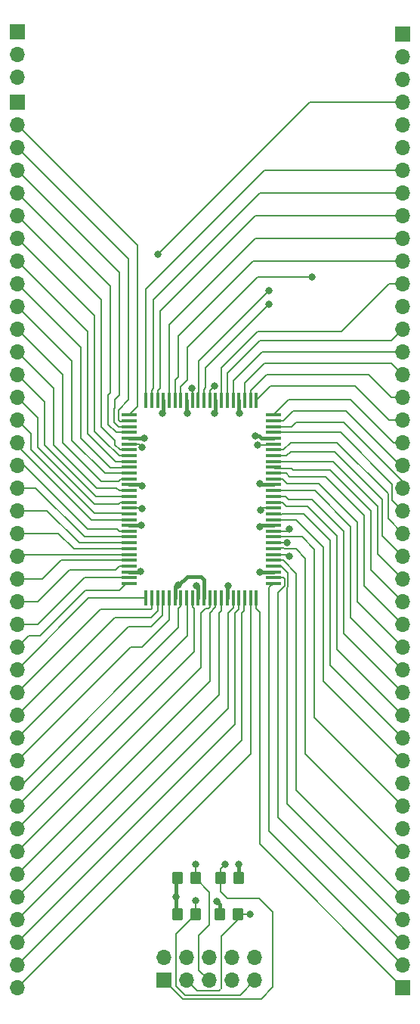
<source format=gbr>
%TF.GenerationSoftware,KiCad,Pcbnew,(6.0.0-0)*%
%TF.CreationDate,2023-01-15T17:49:43+00:00*%
%TF.ProjectId,altera-7128-adaptor,616c7465-7261-42d3-9731-32382d616461,rev?*%
%TF.SameCoordinates,Original*%
%TF.FileFunction,Copper,L1,Top*%
%TF.FilePolarity,Positive*%
%FSLAX46Y46*%
G04 Gerber Fmt 4.6, Leading zero omitted, Abs format (unit mm)*
G04 Created by KiCad (PCBNEW (6.0.0-0)) date 2023-01-15 17:49:43*
%MOMM*%
%LPD*%
G01*
G04 APERTURE LIST*
G04 Aperture macros list*
%AMRoundRect*
0 Rectangle with rounded corners*
0 $1 Rounding radius*
0 $2 $3 $4 $5 $6 $7 $8 $9 X,Y pos of 4 corners*
0 Add a 4 corners polygon primitive as box body*
4,1,4,$2,$3,$4,$5,$6,$7,$8,$9,$2,$3,0*
0 Add four circle primitives for the rounded corners*
1,1,$1+$1,$2,$3*
1,1,$1+$1,$4,$5*
1,1,$1+$1,$6,$7*
1,1,$1+$1,$8,$9*
0 Add four rect primitives between the rounded corners*
20,1,$1+$1,$2,$3,$4,$5,0*
20,1,$1+$1,$4,$5,$6,$7,0*
20,1,$1+$1,$6,$7,$8,$9,0*
20,1,$1+$1,$8,$9,$2,$3,0*%
G04 Aperture macros list end*
%TA.AperFunction,SMDPad,CuDef*%
%ADD10R,1.752600X0.457200*%
%TD*%
%TA.AperFunction,SMDPad,CuDef*%
%ADD11R,0.457200X1.752600*%
%TD*%
%TA.AperFunction,SMDPad,CuDef*%
%ADD12RoundRect,0.250000X-0.350000X-0.450000X0.350000X-0.450000X0.350000X0.450000X-0.350000X0.450000X0*%
%TD*%
%TA.AperFunction,ComponentPad*%
%ADD13R,1.700000X1.700000*%
%TD*%
%TA.AperFunction,ComponentPad*%
%ADD14O,1.700000X1.700000*%
%TD*%
%TA.AperFunction,ViaPad*%
%ADD15C,0.800000*%
%TD*%
%TA.AperFunction,Conductor*%
%ADD16C,0.152400*%
%TD*%
%TA.AperFunction,Conductor*%
%ADD17C,0.381000*%
%TD*%
%TA.AperFunction,Conductor*%
%ADD18C,0.200000*%
%TD*%
G04 APERTURE END LIST*
D10*
%TO.P,U1,1,IO_2*%
%TO.N,/IO2*%
X114096800Y-69316600D03*
%TO.P,U1,2,IO_3*%
%TO.N,/IO3*%
X114096800Y-69977000D03*
%TO.P,U1,3,IO_4*%
%TO.N,/IO4*%
X114096800Y-70612000D03*
%TO.P,U1,4,IO_5*%
%TO.N,/IO5*%
X114096800Y-71272400D03*
%TO.P,U1,5,VCCIO_(3.3_V_OR_5.0_V)_4*%
%TO.N,+5V*%
X114096800Y-71907400D03*
%TO.P,U1,6,TDI*%
%TO.N,/TDI*%
X114096800Y-72567800D03*
%TO.P,U1,7,IO_6*%
%TO.N,/IO6*%
X114096800Y-73202800D03*
%TO.P,U1,8,IO_7*%
%TO.N,/IO7*%
X114096800Y-73863200D03*
%TO.P,U1,9,IO_8*%
%TO.N,/IO8*%
X114096800Y-74523600D03*
%TO.P,U1,10,IO_9*%
%TO.N,/IO9*%
X114096800Y-75158600D03*
%TO.P,U1,11,IO_10*%
%TO.N,/IO10*%
X114096800Y-75819000D03*
%TO.P,U1,12,IO_11*%
%TO.N,/IO11*%
X114096800Y-76454000D03*
%TO.P,U1,13,GNDIO_5*%
%TO.N,GND*%
X114096800Y-77114400D03*
%TO.P,U1,14,IO_12*%
%TO.N,/IO12*%
X114096800Y-77774800D03*
%TO.P,U1,15,IO_13*%
%TO.N,/IO13*%
X114096800Y-78409800D03*
%TO.P,U1,16,IO_14*%
%TO.N,/IO14*%
X114096800Y-79070200D03*
%TO.P,U1,17,TMS*%
%TO.N,/TMS*%
X114096800Y-79705200D03*
%TO.P,U1,18,IO_15*%
%TO.N,/IO15*%
X114096800Y-80365600D03*
%TO.P,U1,19,IO_16*%
%TO.N,/IO16*%
X114096800Y-81026000D03*
%TO.P,U1,20,VCCIO_(3.3_V_OR_5.0_V)_2*%
%TO.N,+5V*%
X114096800Y-81661000D03*
%TO.P,U1,21,IO_17*%
%TO.N,/IO17*%
X114096800Y-82321400D03*
%TO.P,U1,22,IO_18*%
%TO.N,/IO18*%
X114096800Y-82956400D03*
%TO.P,U1,23,IO_19*%
%TO.N,/IO19*%
X114096800Y-83616800D03*
%TO.P,U1,24,IO_20*%
%TO.N,/IO20*%
X114096800Y-84277200D03*
%TO.P,U1,25,IO_21*%
%TO.N,/IO21*%
X114096800Y-84912200D03*
%TO.P,U1,26,IO_22*%
%TO.N,/IO22*%
X114096800Y-85572600D03*
%TO.P,U1,27,IO_23*%
%TO.N,/IO23*%
X114096800Y-86207600D03*
%TO.P,U1,28,GNDIO_2*%
%TO.N,GND*%
X114096800Y-86868000D03*
%TO.P,U1,29,IO_24*%
%TO.N,/IO24*%
X114096800Y-87503000D03*
%TO.P,U1,30,IO_25*%
%TO.N,/IO25*%
X114096800Y-88163400D03*
D11*
%TO.P,U1,31,IO_26*%
%TO.N,/IO26*%
X116001800Y-89814400D03*
%TO.P,U1,32,IO_27*%
%TO.N,/IO27*%
X116636800Y-89814400D03*
%TO.P,U1,33,IO_28*%
%TO.N,/IO28*%
X117297200Y-89814400D03*
%TO.P,U1,34,IO_29*%
%TO.N,/IO29*%
X117957600Y-89814400D03*
%TO.P,U1,35,IO_30*%
%TO.N,/IO30*%
X118592600Y-89814400D03*
%TO.P,U1,36,VCCIO_(3.3_V_OR_5.0_V)_6*%
%TO.N,+5V*%
X119253000Y-89814400D03*
%TO.P,U1,37,IO_31*%
%TO.N,/IO31*%
X119888000Y-89814400D03*
%TO.P,U1,38,IO_32*%
%TO.N,/IO32*%
X120548400Y-89814400D03*
%TO.P,U1,39,IO_33*%
%TO.N,/IO33*%
X121208800Y-89814400D03*
%TO.P,U1,40,GNDINT_2*%
%TO.N,GND*%
X121843800Y-89814400D03*
%TO.P,U1,41,VCCINT_(5.0_V_ONLY)*%
%TO.N,+5V*%
X122504200Y-89814400D03*
%TO.P,U1,42,IO_34*%
%TO.N,/IO34*%
X123139200Y-89814400D03*
%TO.P,U1,43,IO_35*%
%TO.N,/IO35*%
X123799600Y-89814400D03*
%TO.P,U1,44,IO_36*%
%TO.N,/IO36*%
X124460000Y-89814400D03*
%TO.P,U1,45,GNDIO*%
%TO.N,GND*%
X125095000Y-89814400D03*
%TO.P,U1,46,IO_37*%
%TO.N,/IO37*%
X125755400Y-89814400D03*
%TO.P,U1,47,IO_38*%
%TO.N,/IO38*%
X126390400Y-89814400D03*
%TO.P,U1,48,IO_39*%
%TO.N,/IO39*%
X127050800Y-89814400D03*
%TO.P,U1,49,IO_40*%
%TO.N,/IO40*%
X127711200Y-89814400D03*
%TO.P,U1,50,IO_41*%
%TO.N,/IO41*%
X128346200Y-89814400D03*
D10*
%TO.P,U1,51,IO_42*%
%TO.N,/IO42*%
X130251200Y-88163400D03*
%TO.P,U1,52,IO_43*%
%TO.N,/IO43*%
X130251200Y-87503000D03*
%TO.P,U1,53,VCCIO_(3.3_V_OR_5.0_V)_3*%
%TO.N,+5V*%
X130251200Y-86868000D03*
%TO.P,U1,54,IO_44*%
%TO.N,/IO44*%
X130251200Y-86207600D03*
%TO.P,U1,55,IO_45*%
%TO.N,/IO45*%
X130251200Y-85572600D03*
%TO.P,U1,56,IO_46*%
%TO.N,/IO46*%
X130251200Y-84912200D03*
%TO.P,U1,57,IO_47*%
%TO.N,/IO47*%
X130251200Y-84277200D03*
%TO.P,U1,58,IO_48*%
%TO.N,/IO48*%
X130251200Y-83616800D03*
%TO.P,U1,59,IO_49*%
%TO.N,/IO49*%
X130251200Y-82956400D03*
%TO.P,U1,60,IO_50*%
%TO.N,/IO50*%
X130251200Y-82321400D03*
%TO.P,U1,61,GNDIO_6*%
%TO.N,GND*%
X130251200Y-81661000D03*
%TO.P,U1,62,IO_51*%
%TO.N,/IO51*%
X130251200Y-81026000D03*
%TO.P,U1,63,IO_52*%
%TO.N,/IO52*%
X130251200Y-80365600D03*
%TO.P,U1,64,TCK*%
%TO.N,/TCK*%
X130251200Y-79705200D03*
%TO.P,U1,65,IO_53*%
%TO.N,/IO53*%
X130251200Y-79070200D03*
%TO.P,U1,66,IO_54*%
%TO.N,/IO54*%
X130251200Y-78409800D03*
%TO.P,U1,67,IO_55*%
%TO.N,/IO55*%
X130251200Y-77774800D03*
%TO.P,U1,68,VCCIO_(3.3_V_OR_5.0_V)_5*%
%TO.N,+5V*%
X130251200Y-77114400D03*
%TO.P,U1,69,IO_56*%
%TO.N,/IO56*%
X130251200Y-76454000D03*
%TO.P,U1,70,IO_57*%
%TO.N,/IO57*%
X130251200Y-75819000D03*
%TO.P,U1,71,IO_58*%
%TO.N,/IO58*%
X130251200Y-75158600D03*
%TO.P,U1,72,IO_59*%
%TO.N,/IO59*%
X130251200Y-74523600D03*
%TO.P,U1,73,IO_60*%
%TO.N,/IO60*%
X130251200Y-73863200D03*
%TO.P,U1,74,IO_61*%
%TO.N,/IO61*%
X130251200Y-73202800D03*
%TO.P,U1,75,TDO*%
%TO.N,/TDO*%
X130251200Y-72567800D03*
%TO.P,U1,76,GNDIO_3*%
%TO.N,GND*%
X130251200Y-71907400D03*
%TO.P,U1,77,IO_62*%
%TO.N,/IO62*%
X130251200Y-71272400D03*
%TO.P,U1,78,IO_63*%
%TO.N,/IO63*%
X130251200Y-70612000D03*
%TO.P,U1,79,IO_64*%
%TO.N,/IO64*%
X130251200Y-69977000D03*
%TO.P,U1,80,IO_65*%
%TO.N,/IO65*%
X130251200Y-69316600D03*
D11*
%TO.P,U1,81,IO_66*%
%TO.N,/IO66*%
X128346200Y-67665600D03*
%TO.P,U1,82,IO_67*%
%TO.N,/IO67*%
X127711200Y-67665600D03*
%TO.P,U1,83,IO_68*%
%TO.N,/IO68*%
X127050800Y-67665600D03*
%TO.P,U1,84,VCCIO_(3.3_V_OR_5.0_V)*%
%TO.N,+5V*%
X126390400Y-67665600D03*
%TO.P,U1,85,IO_69*%
%TO.N,/IO69*%
X125755400Y-67665600D03*
%TO.P,U1,86,IO_70*%
%TO.N,/IO70*%
X125095000Y-67665600D03*
%TO.P,U1,87,IO_72*%
%TO.N,/IO72*%
X124460000Y-67665600D03*
%TO.P,U1,88,GNDINT*%
%TO.N,GND*%
X123799600Y-67665600D03*
%TO.P,U1,89,INPUT/GCLK1*%
%TO.N,/GCLK1*%
X123139200Y-67665600D03*
%TO.P,U1,90,INPUT/OE1*%
%TO.N,/OE1*%
X122504200Y-67665600D03*
%TO.P,U1,91,INPUT/GCLRN*%
%TO.N,/GCLRN*%
X121843800Y-67665600D03*
%TO.P,U1,92,INPUT/OE2/GCLK2*%
%TO.N,/OE2{slash}GCLK2*%
X121208800Y-67665600D03*
%TO.P,U1,93,VCCINT_(5.0_V_ONLY)_2*%
%TO.N,+5V*%
X120548400Y-67665600D03*
%TO.P,U1,94,IO_71*%
%TO.N,/IO71*%
X119888000Y-67665600D03*
%TO.P,U1,95,IO_73*%
%TO.N,/IO73*%
X119253000Y-67665600D03*
%TO.P,U1,96,IO_74*%
%TO.N,/IO74*%
X118592600Y-67665600D03*
%TO.P,U1,97,GNDIO_4*%
%TO.N,GND*%
X117957600Y-67665600D03*
%TO.P,U1,98,IO_75*%
%TO.N,/IO75*%
X117297200Y-67665600D03*
%TO.P,U1,99,IO_76*%
%TO.N,/IO76*%
X116636800Y-67665600D03*
%TO.P,U1,100,IO*%
%TO.N,/IO77*%
X116001800Y-67665600D03*
%TD*%
D12*
%TO.P,R2,1*%
%TO.N,+5V*%
X124299511Y-125195489D03*
%TO.P,R2,2*%
%TO.N,/TDO*%
X126299511Y-125195489D03*
%TD*%
%TO.P,R1,1*%
%TO.N,/TCK*%
X124375511Y-121131489D03*
%TO.P,R1,2*%
%TO.N,GND*%
X126375511Y-121131489D03*
%TD*%
%TO.P,R3,1*%
%TO.N,+5V*%
X119549511Y-121131489D03*
%TO.P,R3,2*%
%TO.N,/TMS*%
X121549511Y-121131489D03*
%TD*%
D13*
%TO.P,J2,1,TCK*%
%TO.N,/TCK*%
X118014511Y-132566489D03*
D14*
%TO.P,J2,2,GND*%
%TO.N,GND*%
X118014511Y-130026489D03*
%TO.P,J2,3,TDO*%
%TO.N,/TDO*%
X120554511Y-132566489D03*
%TO.P,J2,4,VREF*%
%TO.N,+5V*%
X120554511Y-130026489D03*
%TO.P,J2,5,TMS*%
%TO.N,/TMS*%
X123094511Y-132566489D03*
%TO.P,J2,6,~{SRST}*%
%TO.N,unconnected-(J2-Pad6)*%
X123094511Y-130026489D03*
%TO.P,J2,7,VCC*%
%TO.N,unconnected-(J2-Pad7)*%
X125634511Y-132566489D03*
%TO.P,J2,8,~{TRST}*%
%TO.N,unconnected-(J2-Pad8)*%
X125634511Y-130026489D03*
%TO.P,J2,9,TDI*%
%TO.N,/TDI*%
X128174511Y-132566489D03*
%TO.P,J2,10,GND*%
%TO.N,GND*%
X128174511Y-130026489D03*
%TD*%
D12*
%TO.P,R4,1*%
%TO.N,+5V*%
X119565511Y-125195489D03*
%TO.P,R4,2*%
%TO.N,/TDI*%
X121565511Y-125195489D03*
%TD*%
D13*
%TO.P,J5,1,Pin_1*%
%TO.N,+5V*%
X101600000Y-26431000D03*
D14*
%TO.P,J5,2,Pin_2*%
X101600000Y-28971000D03*
%TO.P,J5,3,Pin_3*%
X101600000Y-31511000D03*
%TD*%
D13*
%TO.P,J4,1,Pin_1*%
%TO.N,GND*%
X144780000Y-26685000D03*
D14*
%TO.P,J4,2,Pin_2*%
X144780000Y-29225000D03*
%TO.P,J4,3,Pin_3*%
X144780000Y-31765000D03*
%TD*%
D13*
%TO.P,J3,1,Pin_1*%
%TO.N,/GCLK1*%
X101600000Y-34290000D03*
D14*
%TO.P,J3,2,Pin_2*%
%TO.N,/IO2*%
X101600000Y-36830000D03*
%TO.P,J3,3,Pin_3*%
%TO.N,/IO3*%
X101600000Y-39370000D03*
%TO.P,J3,4,Pin_4*%
%TO.N,/IO4*%
X101600000Y-41910000D03*
%TO.P,J3,5,Pin_5*%
%TO.N,/IO5*%
X101600000Y-44450000D03*
%TO.P,J3,6,Pin_6*%
%TO.N,/IO6*%
X101600000Y-46990000D03*
%TO.P,J3,7,Pin_7*%
%TO.N,/IO7*%
X101600000Y-49530000D03*
%TO.P,J3,8,Pin_8*%
%TO.N,/IO8*%
X101600000Y-52070000D03*
%TO.P,J3,9,Pin_9*%
%TO.N,/IO9*%
X101600000Y-54610000D03*
%TO.P,J3,10,Pin_10*%
%TO.N,/IO10*%
X101600000Y-57150000D03*
%TO.P,J3,11,Pin_11*%
%TO.N,/IO11*%
X101600000Y-59690000D03*
%TO.P,J3,12,Pin_12*%
%TO.N,/IO12*%
X101600000Y-62230000D03*
%TO.P,J3,13,Pin_13*%
%TO.N,/IO13*%
X101600000Y-64770000D03*
%TO.P,J3,14,Pin_14*%
%TO.N,/IO14*%
X101600000Y-67310000D03*
%TO.P,J3,15,Pin_15*%
%TO.N,/IO15*%
X101600000Y-69850000D03*
%TO.P,J3,16,Pin_16*%
%TO.N,/IO16*%
X101600000Y-72390000D03*
%TO.P,J3,17,Pin_17*%
%TO.N,/IO17*%
X101600000Y-74930000D03*
%TO.P,J3,18,Pin_18*%
%TO.N,/IO18*%
X101600000Y-77470000D03*
%TO.P,J3,19,Pin_19*%
%TO.N,/IO19*%
X101600000Y-80010000D03*
%TO.P,J3,20,Pin_20*%
%TO.N,/IO20*%
X101600000Y-82550000D03*
%TO.P,J3,21,Pin_21*%
%TO.N,/IO21*%
X101600000Y-85090000D03*
%TO.P,J3,22,Pin_22*%
%TO.N,/IO22*%
X101600000Y-87630000D03*
%TO.P,J3,23,Pin_23*%
%TO.N,/IO23*%
X101600000Y-90170000D03*
%TO.P,J3,24,Pin_24*%
%TO.N,/IO24*%
X101600000Y-92710000D03*
%TO.P,J3,25,Pin_25*%
%TO.N,/IO25*%
X101600000Y-95250000D03*
%TO.P,J3,26,Pin_26*%
%TO.N,/IO26*%
X101600000Y-97790000D03*
%TO.P,J3,27,Pin_27*%
%TO.N,/IO27*%
X101600000Y-100330000D03*
%TO.P,J3,28,Pin_28*%
%TO.N,/IO28*%
X101600000Y-102870000D03*
%TO.P,J3,29,Pin_29*%
%TO.N,/IO29*%
X101600000Y-105410000D03*
%TO.P,J3,30,Pin_30*%
%TO.N,/IO30*%
X101600000Y-107950000D03*
%TO.P,J3,31,Pin_31*%
%TO.N,/IO31*%
X101600000Y-110490000D03*
%TO.P,J3,32,Pin_32*%
%TO.N,/IO32*%
X101600000Y-113030000D03*
%TO.P,J3,33,Pin_33*%
%TO.N,/IO33*%
X101600000Y-115570000D03*
%TO.P,J3,34,Pin_34*%
%TO.N,/IO34*%
X101600000Y-118110000D03*
%TO.P,J3,35,Pin_35*%
%TO.N,/IO35*%
X101600000Y-120650000D03*
%TO.P,J3,36,Pin_36*%
%TO.N,/IO36*%
X101600000Y-123190000D03*
%TO.P,J3,37,Pin_37*%
%TO.N,/IO37*%
X101600000Y-125730000D03*
%TO.P,J3,38,Pin_38*%
%TO.N,/IO38*%
X101600000Y-128270000D03*
%TO.P,J3,39,Pin_39*%
%TO.N,/IO39*%
X101600000Y-130810000D03*
%TO.P,J3,40,Pin_40*%
%TO.N,/IO40*%
X101600000Y-133350000D03*
%TD*%
D13*
%TO.P,J1,1,Pin_1*%
%TO.N,/IO41*%
X144780000Y-133350000D03*
D14*
%TO.P,J1,2,Pin_2*%
%TO.N,/IO42*%
X144780000Y-130810000D03*
%TO.P,J1,3,Pin_3*%
%TO.N,/IO43*%
X144780000Y-128270000D03*
%TO.P,J1,4,Pin_4*%
%TO.N,/IO44*%
X144780000Y-125730000D03*
%TO.P,J1,5,Pin_5*%
%TO.N,/IO45*%
X144780000Y-123190000D03*
%TO.P,J1,6,Pin_6*%
%TO.N,/IO46*%
X144780000Y-120650000D03*
%TO.P,J1,7,Pin_7*%
%TO.N,/IO47*%
X144780000Y-118110000D03*
%TO.P,J1,8,Pin_8*%
%TO.N,/IO48*%
X144780000Y-115570000D03*
%TO.P,J1,9,Pin_9*%
%TO.N,/IO49*%
X144780000Y-113030000D03*
%TO.P,J1,10,Pin_10*%
%TO.N,/IO50*%
X144780000Y-110490000D03*
%TO.P,J1,11,Pin_11*%
%TO.N,/IO51*%
X144780000Y-107950000D03*
%TO.P,J1,12,Pin_12*%
%TO.N,/IO52*%
X144780000Y-105410000D03*
%TO.P,J1,13,Pin_13*%
%TO.N,/IO53*%
X144780000Y-102870000D03*
%TO.P,J1,14,Pin_14*%
%TO.N,/IO54*%
X144780000Y-100330000D03*
%TO.P,J1,15,Pin_15*%
%TO.N,/IO55*%
X144780000Y-97790000D03*
%TO.P,J1,16,Pin_16*%
%TO.N,/IO56*%
X144780000Y-95250000D03*
%TO.P,J1,17,Pin_17*%
%TO.N,/IO57*%
X144780000Y-92710000D03*
%TO.P,J1,18,Pin_18*%
%TO.N,/IO58*%
X144780000Y-90170000D03*
%TO.P,J1,19,Pin_19*%
%TO.N,/IO59*%
X144780000Y-87630000D03*
%TO.P,J1,20,Pin_20*%
%TO.N,/IO60*%
X144780000Y-85090000D03*
%TO.P,J1,21,Pin_21*%
%TO.N,/IO61*%
X144780000Y-82550000D03*
%TO.P,J1,22,Pin_22*%
%TO.N,/IO62*%
X144780000Y-80010000D03*
%TO.P,J1,23,Pin_23*%
%TO.N,/IO63*%
X144780000Y-77470000D03*
%TO.P,J1,24,Pin_24*%
%TO.N,/IO64*%
X144780000Y-74930000D03*
%TO.P,J1,25,Pin_25*%
%TO.N,/IO65*%
X144780000Y-72390000D03*
%TO.P,J1,26,Pin_26*%
%TO.N,/IO66*%
X144780000Y-69850000D03*
%TO.P,J1,27,Pin_27*%
%TO.N,/IO67*%
X144780000Y-67310000D03*
%TO.P,J1,28,Pin_28*%
%TO.N,/IO68*%
X144780000Y-64770000D03*
%TO.P,J1,29,Pin_29*%
%TO.N,/IO69*%
X144780000Y-62230000D03*
%TO.P,J1,30,Pin_30*%
%TO.N,/IO70*%
X144780000Y-59690000D03*
%TO.P,J1,31,Pin_31*%
%TO.N,/IO71*%
X144780000Y-57150000D03*
%TO.P,J1,32,Pin_32*%
%TO.N,/IO72*%
X144780000Y-54610000D03*
%TO.P,J1,33,Pin_33*%
%TO.N,/IO73*%
X144780000Y-52070000D03*
%TO.P,J1,34,Pin_34*%
%TO.N,/IO74*%
X144780000Y-49530000D03*
%TO.P,J1,35,Pin_35*%
%TO.N,/IO75*%
X144780000Y-46990000D03*
%TO.P,J1,36,Pin_36*%
%TO.N,/IO76*%
X144780000Y-44450000D03*
%TO.P,J1,37,Pin_37*%
%TO.N,/IO77*%
X144780000Y-41910000D03*
%TO.P,J1,38,Pin_38*%
%TO.N,/OE1*%
X144780000Y-39370000D03*
%TO.P,J1,39,Pin_39*%
%TO.N,/GCLRN*%
X144780000Y-36830000D03*
%TO.P,J1,40,Pin_40*%
%TO.N,/OE2{slash}GCLK2*%
X144780000Y-34290000D03*
%TD*%
D15*
%TO.N,+5V*%
X115443000Y-81661000D03*
X123952000Y-123698000D03*
X128778000Y-86868000D03*
X126492000Y-69088000D03*
X115798600Y-71907400D03*
X128778000Y-76962000D03*
X120650000Y-69088000D03*
X119631546Y-88339246D03*
X119380000Y-123190000D03*
%TO.N,GND*%
X117856000Y-69088000D03*
X128207930Y-71695789D03*
X123698000Y-69088000D03*
X115401793Y-86855324D03*
X125222000Y-88392000D03*
X115570000Y-77216000D03*
X126391511Y-119607489D03*
X121668890Y-88385096D03*
X128778000Y-81788000D03*
%TO.N,/IO46*%
X132080000Y-85090000D03*
%TO.N,/IO48*%
X131826000Y-83632100D03*
%TO.N,/IO50*%
X132080000Y-82042000D03*
%TO.N,/IO71*%
X134620000Y-53848000D03*
%TO.N,/GCLK1*%
X123698000Y-66040000D03*
%TO.N,/TCK*%
X124867511Y-119607489D03*
X128812718Y-79928784D03*
%TO.N,/TDO*%
X127661511Y-125195489D03*
X128524000Y-72644000D03*
%TO.N,/TMS*%
X115570000Y-79756000D03*
X121565511Y-119607489D03*
%TO.N,/TDI*%
X115570000Y-72898000D03*
X121565511Y-123671489D03*
%TO.N,/OE1*%
X129794000Y-56896000D03*
%TO.N,/GCLRN*%
X129794000Y-55372000D03*
%TO.N,/OE2{slash}GCLK2*%
X121158000Y-66294000D03*
X117348000Y-51308000D03*
%TD*%
D16*
%TO.N,/IO71*%
X134620000Y-53848000D02*
X128524000Y-53848000D01*
X128524000Y-53848000D02*
X120650000Y-61722000D01*
X120650000Y-61722000D02*
X120650000Y-65417039D01*
X120650000Y-65417039D02*
X119888000Y-66179039D01*
X119888000Y-66179039D02*
X119888000Y-67665600D01*
%TO.N,/IO34*%
X101600000Y-118110000D02*
X122174000Y-97536000D01*
X122174000Y-97536000D02*
X122174000Y-91440000D01*
X122174000Y-91440000D02*
X122647589Y-90966411D01*
X122647589Y-90966411D02*
X123008511Y-90966411D01*
X123008511Y-90966411D02*
X123139200Y-90835722D01*
X123139200Y-90835722D02*
X123139200Y-89814400D01*
%TO.N,/IO36*%
X124460000Y-89814400D02*
X124460000Y-91249500D01*
X124460000Y-91249500D02*
X124206000Y-91503500D01*
X124206000Y-91503500D02*
X124206000Y-100584000D01*
X124206000Y-100584000D02*
X101600000Y-123190000D01*
%TO.N,/IO35*%
X101600000Y-120650000D02*
X123190000Y-99060000D01*
X123190000Y-99060000D02*
X123190000Y-91440000D01*
X123799600Y-90830400D02*
X123799600Y-89814400D01*
X123190000Y-91440000D02*
X123799600Y-90830400D01*
%TO.N,/IO41*%
X128346200Y-89814400D02*
X128346200Y-90963750D01*
X128346200Y-90963750D02*
X128739900Y-91357450D01*
X128739900Y-91357450D02*
X128739900Y-117309900D01*
X128739900Y-117309900D02*
X144780000Y-133350000D01*
%TO.N,/IO39*%
X127050800Y-89814400D02*
X127000000Y-89865200D01*
X126746000Y-91440000D02*
X126746000Y-105664000D01*
X127000000Y-89865200D02*
X127000000Y-91186000D01*
X127000000Y-91186000D02*
X126746000Y-91440000D01*
X126746000Y-105664000D02*
X101600000Y-130810000D01*
%TO.N,/IO38*%
X126390400Y-89814400D02*
X126390400Y-91033600D01*
X126390400Y-91033600D02*
X125984000Y-91440000D01*
X125984000Y-91440000D02*
X125984000Y-103886000D01*
X125984000Y-103886000D02*
X101600000Y-128270000D01*
%TO.N,/IO44*%
X144780000Y-125730000D02*
X131826000Y-112776000D01*
X131826000Y-112776000D02*
X131826000Y-88635690D01*
X131826000Y-88635690D02*
X131923920Y-88537770D01*
X131923920Y-88537770D02*
X131923920Y-86965920D01*
X131923920Y-86965920D02*
X131165600Y-86207600D01*
X131165600Y-86207600D02*
X130251200Y-86207600D01*
%TO.N,/IO43*%
X130251200Y-87503000D02*
X131377500Y-87503000D01*
X131572000Y-87697500D02*
X131572000Y-88392000D01*
X131377500Y-87503000D02*
X131572000Y-87697500D01*
X130810000Y-114300000D02*
X144780000Y-128270000D01*
X131572000Y-88392000D02*
X130810000Y-89154000D01*
X130810000Y-89154000D02*
X130810000Y-114300000D01*
%TO.N,/IO42*%
X144780000Y-130810000D02*
X129794000Y-115824000D01*
X129794000Y-115824000D02*
X129794000Y-88620600D01*
X129794000Y-88620600D02*
X130251200Y-88163400D01*
%TO.N,/IO32*%
X101600000Y-113030000D02*
X120650000Y-93980000D01*
X120650000Y-93980000D02*
X120650000Y-89916000D01*
X120650000Y-89916000D02*
X120548400Y-89814400D01*
%TO.N,/IO49*%
X130251200Y-82956400D02*
X133502400Y-82956400D01*
X133502400Y-82956400D02*
X134874000Y-84328000D01*
X134874000Y-84328000D02*
X134874000Y-103124000D01*
X134874000Y-103124000D02*
X144780000Y-113030000D01*
%TO.N,/IO47*%
X144780000Y-118110000D02*
X133858000Y-107188000D01*
X133858000Y-107188000D02*
X133858000Y-85344000D01*
X133858000Y-85344000D02*
X132821811Y-84307811D01*
X131546110Y-84307811D02*
X131408210Y-84169911D01*
X132821811Y-84307811D02*
X131546110Y-84307811D01*
X131408210Y-84169911D02*
X130302000Y-84169911D01*
X130302000Y-84169911D02*
X130251200Y-84220711D01*
X130251200Y-84220711D02*
X130251200Y-84277200D01*
%TO.N,/IO33*%
X101600000Y-115570000D02*
X121412000Y-95758000D01*
X121412000Y-95758000D02*
X121412000Y-90966411D01*
X121412000Y-90966411D02*
X121208800Y-90763211D01*
X121208800Y-90763211D02*
X121208800Y-89814400D01*
%TO.N,/IO31*%
X101600000Y-110490000D02*
X102235000Y-110490000D01*
X119634000Y-90932000D02*
X119888000Y-90678000D01*
X119888000Y-90678000D02*
X119888000Y-89814400D01*
X102235000Y-110490000D02*
X119634000Y-93091000D01*
X119634000Y-93091000D02*
X119634000Y-90932000D01*
D17*
%TO.N,+5V*%
X126390400Y-67665600D02*
X126390400Y-68986400D01*
X122504200Y-87706200D02*
X122504200Y-89814400D01*
X119432754Y-88339246D02*
X119253000Y-88519000D01*
X119253000Y-88519000D02*
X119253000Y-89814400D01*
X128778000Y-86868000D02*
X130251200Y-86868000D01*
X120594792Y-87376000D02*
X122174000Y-87376000D01*
X126390400Y-68986400D02*
X126492000Y-69088000D01*
X119380000Y-125009978D02*
X119565511Y-125195489D01*
X122174000Y-87376000D02*
X122504200Y-87706200D01*
X124299511Y-124045511D02*
X123952000Y-123698000D01*
X120548400Y-68986400D02*
X120650000Y-69088000D01*
X114096800Y-81661000D02*
X115443000Y-81661000D01*
X119380000Y-121301000D02*
X119549511Y-121131489D01*
X130251200Y-77114400D02*
X128930400Y-77114400D01*
X128930400Y-77114400D02*
X128778000Y-76962000D01*
X119380000Y-123190000D02*
X119380000Y-121301000D01*
X119631546Y-88339246D02*
X119432754Y-88339246D01*
X119631546Y-88339246D02*
X120594792Y-87376000D01*
X120548400Y-67665600D02*
X120548400Y-68986400D01*
X119380000Y-123190000D02*
X119380000Y-125009978D01*
X114096800Y-71907400D02*
X115798600Y-71907400D01*
X124299511Y-125195489D02*
X124299511Y-124045511D01*
%TO.N,GND*%
X115389117Y-86868000D02*
X115401793Y-86855324D01*
X123799600Y-68986400D02*
X123799600Y-67665600D01*
X121843800Y-89814400D02*
X121843800Y-88560006D01*
X117856000Y-69138800D02*
X117856000Y-69088000D01*
X130251200Y-71907400D02*
X128904645Y-71907400D01*
X115468400Y-77114400D02*
X114096800Y-77114400D01*
X117957600Y-67665600D02*
X117957600Y-69240400D01*
X128905000Y-81661000D02*
X128778000Y-81788000D01*
X121843800Y-88560006D02*
X121668890Y-88385096D01*
X125095000Y-88519000D02*
X125222000Y-88392000D01*
X128904645Y-71907400D02*
X128693034Y-71695789D01*
X115570000Y-77216000D02*
X115468400Y-77114400D01*
X125095000Y-89814400D02*
X125095000Y-88519000D01*
X128693034Y-71695789D02*
X128207930Y-71695789D01*
X126375511Y-121131489D02*
X126375511Y-119623489D01*
X114096800Y-86868000D02*
X115389117Y-86868000D01*
X126375511Y-119623489D02*
X126391511Y-119607489D01*
X130251200Y-81661000D02*
X128905000Y-81661000D01*
X123698000Y-69088000D02*
X123799600Y-68986400D01*
X117957600Y-69240400D02*
X117856000Y-69138800D01*
D16*
%TO.N,/IO45*%
X132842000Y-111252000D02*
X144780000Y-123190000D01*
X132842000Y-87037100D02*
X132842000Y-111252000D01*
X130251200Y-85572600D02*
X131377500Y-85572600D01*
X131377500Y-85572600D02*
X132842000Y-87037100D01*
D18*
%TO.N,/IO46*%
X131902200Y-84912200D02*
X132080000Y-85090000D01*
X130251200Y-84912200D02*
X131902200Y-84912200D01*
D16*
%TO.N,/IO48*%
X131826000Y-83632100D02*
X131810700Y-83616800D01*
X131810700Y-83616800D02*
X130251200Y-83616800D01*
D18*
%TO.N,/IO50*%
X130251200Y-82321400D02*
X131800600Y-82321400D01*
X131800600Y-82321400D02*
X132080000Y-82042000D01*
D16*
%TO.N,/IO51*%
X135890000Y-84074000D02*
X132842000Y-81026000D01*
X144780000Y-107950000D02*
X135890000Y-99060000D01*
X132842000Y-81026000D02*
X130251200Y-81026000D01*
X135890000Y-99060000D02*
X135890000Y-84074000D01*
%TO.N,/IO52*%
X136652000Y-97282000D02*
X136652000Y-83354100D01*
X136652000Y-83354100D02*
X133663500Y-80365600D01*
X144780000Y-105410000D02*
X136652000Y-97282000D01*
X131225014Y-80365600D02*
X131117725Y-80472889D01*
X133663500Y-80365600D02*
X131225014Y-80365600D01*
%TO.N,/IO53*%
X134087204Y-79502000D02*
X137414000Y-82828796D01*
X130251200Y-79070200D02*
X131272522Y-79070200D01*
X131704322Y-79502000D02*
X134087204Y-79502000D01*
X137414000Y-82828796D02*
X137414000Y-95504000D01*
X137414000Y-95504000D02*
X144780000Y-102870000D01*
X131272522Y-79070200D02*
X131704322Y-79502000D01*
%TO.N,/IO54*%
X138176000Y-93726000D02*
X138176000Y-82296000D01*
X131955661Y-78740000D02*
X131625461Y-78409800D01*
X138176000Y-82296000D02*
X134620000Y-78740000D01*
X131625461Y-78409800D02*
X130251200Y-78409800D01*
X134620000Y-78740000D02*
X131955661Y-78740000D01*
X144780000Y-100330000D02*
X138176000Y-93726000D01*
%TO.N,/IO55*%
X134924800Y-77774800D02*
X130251200Y-77774800D01*
X144780000Y-97790000D02*
X138938000Y-91948000D01*
X138938000Y-91948000D02*
X138938000Y-81788000D01*
X138938000Y-81788000D02*
X134924800Y-77774800D01*
%TO.N,/IO56*%
X139700000Y-90170000D02*
X139700000Y-81280000D01*
X131826000Y-76962000D02*
X131318000Y-76454000D01*
X135382000Y-76962000D02*
X131826000Y-76962000D01*
X131318000Y-76454000D02*
X130251200Y-76454000D01*
X144780000Y-95250000D02*
X139700000Y-90170000D01*
X139700000Y-81280000D02*
X135382000Y-76962000D01*
%TO.N,/IO57*%
X144780000Y-92710000D02*
X140462000Y-88392000D01*
X140462000Y-88392000D02*
X140462000Y-80518000D01*
X136144000Y-76200000D02*
X132080000Y-76200000D01*
X140462000Y-80518000D02*
X136144000Y-76200000D01*
X132080000Y-76200000D02*
X131699000Y-75819000D01*
X131699000Y-75819000D02*
X130251200Y-75819000D01*
%TO.N,/IO58*%
X141224000Y-80010000D02*
X136652000Y-75438000D01*
X136652000Y-75438000D02*
X132457311Y-75438000D01*
X132334000Y-75314689D02*
X130407289Y-75314689D01*
X132457311Y-75438000D02*
X132334000Y-75314689D01*
X144780000Y-90170000D02*
X141224000Y-86614000D01*
X141224000Y-86614000D02*
X141224000Y-80010000D01*
X130407289Y-75314689D02*
X130251200Y-75158600D01*
%TO.N,/IO59*%
X141986000Y-79502000D02*
X137007600Y-74523600D01*
X137007600Y-74523600D02*
X130251200Y-74523600D01*
X144780000Y-87630000D02*
X141986000Y-84836000D01*
X141986000Y-84836000D02*
X141986000Y-79502000D01*
%TO.N,/IO60*%
X142494000Y-78740000D02*
X137160000Y-73406000D01*
X131749800Y-73863200D02*
X130251200Y-73863200D01*
X142494000Y-82804000D02*
X142494000Y-78740000D01*
X132207000Y-73406000D02*
X131749800Y-73863200D01*
X137160000Y-73406000D02*
X132207000Y-73406000D01*
X144780000Y-85090000D02*
X142494000Y-82804000D01*
%TO.N,/IO61*%
X143155969Y-78131969D02*
X137414000Y-72390000D01*
X143155969Y-80925969D02*
X143155969Y-78131969D01*
X137414000Y-72390000D02*
X132182922Y-72390000D01*
X132182922Y-72390000D02*
X131370122Y-73202800D01*
X144780000Y-82550000D02*
X143155969Y-80925969D01*
X131370122Y-73202800D02*
X130251200Y-73202800D01*
%TO.N,/IO62*%
X143605489Y-78835489D02*
X143605489Y-77057489D01*
X143605489Y-77057489D02*
X137820400Y-71272400D01*
X137820400Y-71272400D02*
X130251200Y-71272400D01*
X144780000Y-80010000D02*
X143605489Y-78835489D01*
%TO.N,/IO63*%
X138176000Y-70104000D02*
X132842000Y-70104000D01*
X132334000Y-70612000D02*
X130251200Y-70612000D01*
X144780000Y-76708000D02*
X138176000Y-70104000D01*
X132842000Y-70104000D02*
X132334000Y-70612000D01*
X144780000Y-77470000D02*
X144780000Y-76708000D01*
%TO.N,/IO64*%
X138430000Y-68834000D02*
X132487722Y-68834000D01*
X132487722Y-68834000D02*
X131344722Y-69977000D01*
X144780000Y-74930000D02*
X144526000Y-74930000D01*
X131344722Y-69977000D02*
X130251200Y-69977000D01*
X144526000Y-74930000D02*
X138430000Y-68834000D01*
%TO.N,/IO65*%
X143764000Y-72390000D02*
X138938000Y-67564000D01*
X144780000Y-72390000D02*
X143764000Y-72390000D01*
X138938000Y-67564000D02*
X132003800Y-67564000D01*
X132003800Y-67564000D02*
X130251200Y-69316600D01*
%TO.N,/IO66*%
X139446000Y-66040000D02*
X129971800Y-66040000D01*
X143256000Y-69850000D02*
X139446000Y-66040000D01*
X144780000Y-69850000D02*
X143256000Y-69850000D01*
X129971800Y-66040000D02*
X128346200Y-67665600D01*
%TO.N,/IO67*%
X127711200Y-66598800D02*
X127711200Y-67665600D01*
X129540000Y-64770000D02*
X127711200Y-66598800D01*
X144780000Y-67310000D02*
X143510000Y-67310000D01*
X140970000Y-64770000D02*
X129540000Y-64770000D01*
X143510000Y-67310000D02*
X140970000Y-64770000D01*
%TO.N,/IO68*%
X144780000Y-64770000D02*
X143510000Y-63500000D01*
X129286000Y-63500000D02*
X127050800Y-65735200D01*
X127050800Y-65735200D02*
X127050800Y-67665600D01*
X143510000Y-63500000D02*
X129286000Y-63500000D01*
%TO.N,/IO69*%
X129032000Y-62230000D02*
X144780000Y-62230000D01*
X125755400Y-65506600D02*
X129032000Y-62230000D01*
X125755400Y-67665600D02*
X125755400Y-65506600D01*
%TO.N,/IO70*%
X125095000Y-64643000D02*
X128778000Y-60960000D01*
X125095000Y-67665600D02*
X125095000Y-64643000D01*
X143510000Y-60960000D02*
X144780000Y-59690000D01*
X128778000Y-60960000D02*
X143510000Y-60960000D01*
%TO.N,/IO72*%
X143256000Y-54610000D02*
X144780000Y-54610000D01*
X124460000Y-67665600D02*
X124460000Y-64008000D01*
X137922000Y-59944000D02*
X143256000Y-54610000D01*
X124460000Y-64008000D02*
X128524000Y-59944000D01*
X128524000Y-59944000D02*
X137922000Y-59944000D01*
%TO.N,/IO73*%
X119253000Y-65405000D02*
X119634000Y-65024000D01*
X119634000Y-65024000D02*
X119634000Y-60452000D01*
X119253000Y-67665600D02*
X119253000Y-65405000D01*
X119634000Y-60452000D02*
X128016000Y-52070000D01*
X128016000Y-52070000D02*
X144780000Y-52070000D01*
%TO.N,/IO74*%
X128270000Y-49530000D02*
X144780000Y-49530000D01*
X118592600Y-67665600D02*
X118592600Y-59207400D01*
X118592600Y-59207400D02*
X128270000Y-49530000D01*
%TO.N,/IO75*%
X117297200Y-66598800D02*
X117602000Y-66294000D01*
X117602000Y-57658000D02*
X128270000Y-46990000D01*
X117602000Y-66294000D02*
X117602000Y-57658000D01*
X117297200Y-67665600D02*
X117297200Y-66598800D01*
X128270000Y-46990000D02*
X144780000Y-46990000D01*
%TO.N,/IO76*%
X116636800Y-67665600D02*
X116636800Y-66548000D01*
X116840000Y-66344800D02*
X116840000Y-56388000D01*
X128778000Y-44450000D02*
X144780000Y-44450000D01*
X116840000Y-56388000D02*
X128778000Y-44450000D01*
X116636800Y-66548000D02*
X116840000Y-66344800D01*
%TO.N,/IO77*%
X129286000Y-41910000D02*
X144780000Y-41910000D01*
X116001800Y-67665600D02*
X116001800Y-55194200D01*
X116001800Y-55194200D02*
X129286000Y-41910000D01*
%TO.N,/GCLK1*%
X123139200Y-67665600D02*
X123139200Y-66598800D01*
X123139200Y-66598800D02*
X123698000Y-66040000D01*
%TO.N,/TCK*%
X124359511Y-122655489D02*
X125121511Y-123417489D01*
X130251200Y-79705200D02*
X129036302Y-79705200D01*
X128884960Y-134640040D02*
X130201511Y-133323489D01*
X124359511Y-121147489D02*
X124359511Y-122655489D01*
X130201511Y-133323489D02*
X130201511Y-124941489D01*
X125121511Y-123417489D02*
X128677511Y-123417489D01*
X124867511Y-119607489D02*
X124375511Y-120099489D01*
X128677511Y-123417489D02*
X130201511Y-124941489D01*
X124375511Y-120099489D02*
X124375511Y-121131489D01*
X129036302Y-79705200D02*
X128812718Y-79928784D01*
X120088062Y-134640040D02*
X128884960Y-134640040D01*
X118014511Y-132566489D02*
X120088062Y-134640040D01*
X124375511Y-121131489D02*
X124359511Y-121147489D01*
%TO.N,/TDO*%
X124196000Y-133741000D02*
X124359511Y-133577489D01*
X127661511Y-125195489D02*
X126299511Y-125195489D01*
X130175000Y-72644000D02*
X130251200Y-72567800D01*
X121692511Y-133704489D02*
X120554511Y-132566489D01*
X124460000Y-127635000D02*
X124460000Y-133477000D01*
X121729022Y-133741000D02*
X124196000Y-133741000D01*
X126299511Y-125195489D02*
X126299511Y-125795489D01*
X128524000Y-72644000D02*
X130175000Y-72644000D01*
X126299511Y-125795489D02*
X124460000Y-127635000D01*
X121692511Y-133704489D02*
X121729022Y-133741000D01*
%TO.N,/TMS*%
X114122918Y-79705200D02*
X114109859Y-79692141D01*
X121549511Y-121131489D02*
X123089511Y-122671489D01*
X121920000Y-127508000D02*
X121920000Y-131391978D01*
X123089511Y-126338489D02*
X121920000Y-127508000D01*
X121565511Y-121115489D02*
X121549511Y-121131489D01*
X121565511Y-119607489D02*
X121565511Y-121115489D01*
X121920000Y-131391978D02*
X123094511Y-132566489D01*
X115570000Y-79756000D02*
X115519200Y-79705200D01*
X123089511Y-122671489D02*
X123089511Y-126338489D01*
X115519200Y-79705200D02*
X114122918Y-79705200D01*
%TO.N,/TDI*%
X121565511Y-125195489D02*
X119380000Y-127381000D01*
X120400542Y-134190520D02*
X126550480Y-134190520D01*
X119380000Y-127381000D02*
X119380000Y-133169978D01*
X115239800Y-72567800D02*
X114096800Y-72567800D01*
X121565511Y-125195489D02*
X121565511Y-123671489D01*
X126550480Y-134190520D02*
X128174511Y-132566489D01*
X119380000Y-133169978D02*
X120400542Y-134190520D01*
X115570000Y-72898000D02*
X115239800Y-72567800D01*
%TO.N,/IO2*%
X115062000Y-68351400D02*
X114096800Y-69316600D01*
X115062000Y-50292000D02*
X115062000Y-68351400D01*
X101600000Y-36830000D02*
X115062000Y-50292000D01*
%TO.N,/IO3*%
X114046000Y-51816000D02*
X114046000Y-67613478D01*
X112895989Y-68763489D02*
X112895989Y-69869711D01*
X114046000Y-67613478D02*
X112895989Y-68763489D01*
X113085167Y-70058889D02*
X114014911Y-70058889D01*
X112895989Y-69869711D02*
X113085167Y-70058889D01*
X101600000Y-39370000D02*
X114046000Y-51816000D01*
%TO.N,/IO4*%
X112903718Y-70612000D02*
X114096800Y-70612000D01*
X112446469Y-70154751D02*
X112903718Y-70612000D01*
X112463520Y-67622480D02*
X112463520Y-68560241D01*
X112463520Y-68560241D02*
X112446469Y-68577292D01*
X101600000Y-41910000D02*
X113030000Y-53340000D01*
X113030000Y-67056000D02*
X112463520Y-67622480D01*
X112446469Y-68577292D02*
X112446469Y-70154751D01*
X113030000Y-53340000D02*
X113030000Y-67056000D01*
%TO.N,/IO5*%
X111760000Y-67056000D02*
X112014000Y-66802000D01*
X112674400Y-71272400D02*
X111760000Y-70358000D01*
X114096800Y-71272400D02*
X112674400Y-71272400D01*
X112014000Y-54864000D02*
X101600000Y-44450000D01*
X111760000Y-70358000D02*
X111760000Y-67056000D01*
X112014000Y-66802000D02*
X112014000Y-54864000D01*
%TO.N,/IO6*%
X112522000Y-72644000D02*
X112522000Y-72136000D01*
X113080800Y-73202800D02*
X112522000Y-72644000D01*
X110998000Y-70612000D02*
X110998000Y-56388000D01*
X110998000Y-56388000D02*
X101600000Y-46990000D01*
X112522000Y-72136000D02*
X110998000Y-70612000D01*
X114096800Y-73202800D02*
X113080800Y-73202800D01*
%TO.N,/IO7*%
X110236000Y-58166000D02*
X101600000Y-49530000D01*
X111252000Y-72144700D02*
X111252000Y-72136000D01*
X112970500Y-73863200D02*
X111252000Y-72144700D01*
X110236000Y-71120000D02*
X110236000Y-58166000D01*
X114096800Y-73863200D02*
X112970500Y-73863200D01*
X111252000Y-72136000D02*
X110236000Y-71120000D01*
%TO.N,/IO8*%
X112623600Y-74523600D02*
X114096800Y-74523600D01*
X109474000Y-59944000D02*
X109474000Y-71374000D01*
X101600000Y-52070000D02*
X109474000Y-59944000D01*
X109474000Y-71374000D02*
X112623600Y-74523600D01*
%TO.N,/IO9*%
X112014000Y-75184000D02*
X108712000Y-71882000D01*
X114096800Y-75158600D02*
X114071400Y-75184000D01*
X114071400Y-75184000D02*
X112014000Y-75184000D01*
X108712000Y-61722000D02*
X101600000Y-54610000D01*
X108712000Y-71882000D02*
X108712000Y-61722000D01*
%TO.N,/IO10*%
X107696000Y-72136000D02*
X107696000Y-63246000D01*
X111379000Y-75819000D02*
X107696000Y-72136000D01*
X107696000Y-63246000D02*
X101600000Y-57150000D01*
X114096800Y-75819000D02*
X111379000Y-75819000D01*
%TO.N,/IO11*%
X114096800Y-76454000D02*
X113149989Y-76454000D01*
X106680000Y-64770000D02*
X101600000Y-59690000D01*
X106680000Y-72390000D02*
X106680000Y-64770000D01*
X113149989Y-76454000D02*
X112895989Y-76708000D01*
X110998000Y-76708000D02*
X106680000Y-72390000D01*
X112895989Y-76708000D02*
X110998000Y-76708000D01*
%TO.N,/IO12*%
X105664000Y-72644000D02*
X105664000Y-66294000D01*
X112698478Y-77470000D02*
X110490000Y-77470000D01*
X114096800Y-77774800D02*
X113003278Y-77774800D01*
X105664000Y-66294000D02*
X101600000Y-62230000D01*
X110490000Y-77470000D02*
X105664000Y-72644000D01*
X113003278Y-77774800D02*
X112698478Y-77470000D01*
%TO.N,/IO13*%
X114096800Y-78409800D02*
X110413800Y-78409800D01*
X104648000Y-67818000D02*
X101600000Y-64770000D01*
X110413800Y-78409800D02*
X104648000Y-72644000D01*
X104648000Y-72644000D02*
X104648000Y-67818000D01*
%TO.N,/IO14*%
X103886000Y-72898000D02*
X103886000Y-69596000D01*
X103886000Y-69596000D02*
X101600000Y-67310000D01*
X110236000Y-79248000D02*
X103886000Y-72898000D01*
X114096800Y-79070200D02*
X113073789Y-79070200D01*
X112895989Y-79248000D02*
X110236000Y-79248000D01*
X113073789Y-79070200D02*
X112895989Y-79248000D01*
%TO.N,/IO15*%
X110230311Y-80258311D02*
X103124000Y-73152000D01*
X114096800Y-80314800D02*
X114040311Y-80258311D01*
X114040311Y-80258311D02*
X110230311Y-80258311D01*
X103124000Y-73152000D02*
X103124000Y-71374000D01*
X103124000Y-71374000D02*
X101600000Y-69850000D01*
X114096800Y-80365600D02*
X114096800Y-80314800D01*
%TO.N,/IO16*%
X109854283Y-81026000D02*
X114096800Y-81026000D01*
X101600000Y-72771717D02*
X109854283Y-81026000D01*
X101600000Y-72390000D02*
X101600000Y-72771717D01*
%TO.N,/IO17*%
X113003278Y-82321400D02*
X112723878Y-82042000D01*
X109474000Y-82042000D02*
X102362000Y-74930000D01*
X102362000Y-74930000D02*
X101600000Y-74930000D01*
X114096800Y-82321400D02*
X113003278Y-82321400D01*
X112723878Y-82042000D02*
X109474000Y-82042000D01*
%TO.N,/IO18*%
X109118400Y-82956400D02*
X103632000Y-77470000D01*
X114096800Y-82956400D02*
X109118400Y-82956400D01*
X103632000Y-77470000D02*
X101600000Y-77470000D01*
%TO.N,/IO19*%
X114096800Y-83616800D02*
X108508800Y-83616800D01*
X108508800Y-83616800D02*
X104902000Y-80010000D01*
X104902000Y-80010000D02*
X101600000Y-80010000D01*
%TO.N,/IO20*%
X106172000Y-82550000D02*
X101600000Y-82550000D01*
X107899200Y-84277200D02*
X106172000Y-82550000D01*
X114096800Y-84277200D02*
X107899200Y-84277200D01*
%TO.N,/IO21*%
X101777800Y-84912200D02*
X101600000Y-85090000D01*
X114096800Y-84912200D02*
X101777800Y-84912200D01*
%TO.N,/IO22*%
X106451400Y-85572600D02*
X104394000Y-87630000D01*
X104394000Y-87630000D02*
X101600000Y-87630000D01*
X106451400Y-85572600D02*
X114096800Y-85572600D01*
%TO.N,/IO23*%
X103886000Y-90170000D02*
X101600000Y-90170000D01*
X107442000Y-86614000D02*
X103886000Y-90170000D01*
X114096800Y-86207600D02*
X113003278Y-86207600D01*
X113003278Y-86207600D02*
X112596878Y-86614000D01*
X112596878Y-86614000D02*
X107442000Y-86614000D01*
%TO.N,/IO24*%
X114096800Y-87503000D02*
X109093000Y-87503000D01*
X103886000Y-92710000D02*
X109093000Y-87503000D01*
X101600000Y-92710000D02*
X103886000Y-92710000D01*
%TO.N,/IO25*%
X114096800Y-88163400D02*
X113766600Y-88163400D01*
X109220000Y-88900000D02*
X113030000Y-88900000D01*
X113766600Y-88163400D02*
X113030000Y-88900000D01*
X104140000Y-93980000D02*
X109220000Y-88900000D01*
X102870000Y-93980000D02*
X104140000Y-93980000D01*
X101600000Y-95250000D02*
X102870000Y-93980000D01*
%TO.N,/IO26*%
X109575600Y-89814400D02*
X116001800Y-89814400D01*
X101600000Y-97790000D02*
X109575600Y-89814400D01*
%TO.N,/IO27*%
X101600000Y-100330000D02*
X110914789Y-91015211D01*
X110914789Y-91015211D02*
X116554911Y-91015211D01*
X116636800Y-90933322D02*
X116636800Y-90263920D01*
X116554911Y-91015211D02*
X116636800Y-90933322D01*
%TO.N,/IO28*%
X112522000Y-91948000D02*
X116586000Y-91948000D01*
X117297200Y-91236800D02*
X117297200Y-89814400D01*
X101600000Y-102870000D02*
X112522000Y-91948000D01*
X116586000Y-91948000D02*
X117297200Y-91236800D01*
%TO.N,/IO29*%
X116586000Y-92964000D02*
X117856000Y-91694000D01*
X101600000Y-105410000D02*
X114046000Y-92964000D01*
X117856000Y-89916000D02*
X117957600Y-89814400D01*
X117856000Y-91694000D02*
X117856000Y-89916000D01*
X114046000Y-92964000D02*
X116586000Y-92964000D01*
%TO.N,/IO30*%
X118592600Y-92227400D02*
X115570000Y-95250000D01*
X114300000Y-95250000D02*
X115570000Y-95250000D01*
X101600000Y-107950000D02*
X114300000Y-95250000D01*
X118592600Y-89814400D02*
X118592600Y-92227400D01*
%TO.N,/IO37*%
X125755400Y-90907922D02*
X125222000Y-91441322D01*
X125755400Y-89814400D02*
X125755400Y-90907922D01*
X125222000Y-91441322D02*
X125222000Y-102108000D01*
X125222000Y-102108000D02*
X101600000Y-125730000D01*
%TO.N,/IO40*%
X127711200Y-107238800D02*
X101600000Y-133350000D01*
X127711200Y-89814400D02*
X127711200Y-107238800D01*
D18*
%TO.N,/OE1*%
X122682000Y-64008000D02*
X122682000Y-66282448D01*
X129794000Y-56896000D02*
X122682000Y-64008000D01*
X122504200Y-66460248D02*
X122504200Y-67665600D01*
X122682000Y-66282448D02*
X122504200Y-66460248D01*
D16*
%TO.N,/GCLRN*%
X121920000Y-66725800D02*
X121843800Y-66802000D01*
X129794000Y-55372000D02*
X121920000Y-63246000D01*
X121843800Y-66802000D02*
X121843800Y-67665600D01*
X121920000Y-63246000D02*
X121920000Y-66725800D01*
%TO.N,/OE2{slash}GCLK2*%
X121208800Y-67665600D02*
X121208800Y-66344800D01*
X144780000Y-34290000D02*
X134366000Y-34290000D01*
X134366000Y-34290000D02*
X117348000Y-51308000D01*
X121208800Y-66344800D02*
X121158000Y-66294000D01*
%TD*%
M02*

</source>
